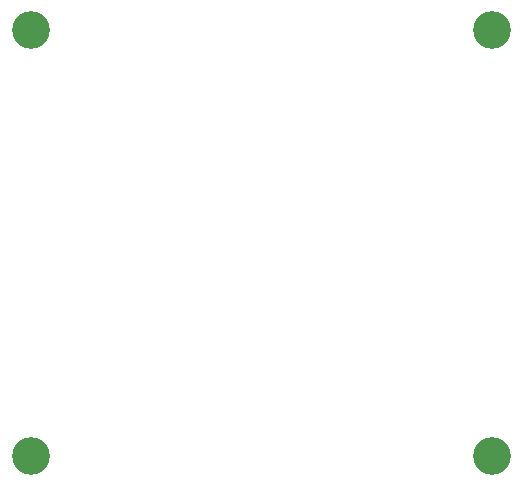
<source format=gbr>
%TF.GenerationSoftware,KiCad,Pcbnew,9.0.0*%
%TF.CreationDate,2025-03-26T19:28:19+01:00*%
%TF.ProjectId,attiny_pwm,61747469-6e79-45f7-9077-6d2e6b696361,1*%
%TF.SameCoordinates,Original*%
%TF.FileFunction,NonPlated,1,2,NPTH,Drill*%
%TF.FilePolarity,Positive*%
%FSLAX46Y46*%
G04 Gerber Fmt 4.6, Leading zero omitted, Abs format (unit mm)*
G04 Created by KiCad (PCBNEW 9.0.0) date 2025-03-26 19:28:19*
%MOMM*%
%LPD*%
G01*
G04 APERTURE LIST*
%TA.AperFunction,ComponentDrill*%
%ADD10C,3.200000*%
%TD*%
G04 APERTURE END LIST*
D10*
%TO.C,H1*%
X139673000Y-94632000D03*
%TO.C,H2*%
X139673000Y-130632000D03*
%TO.C,H3*%
X178673000Y-94632000D03*
%TO.C,H4*%
X178673000Y-130632000D03*
M02*

</source>
